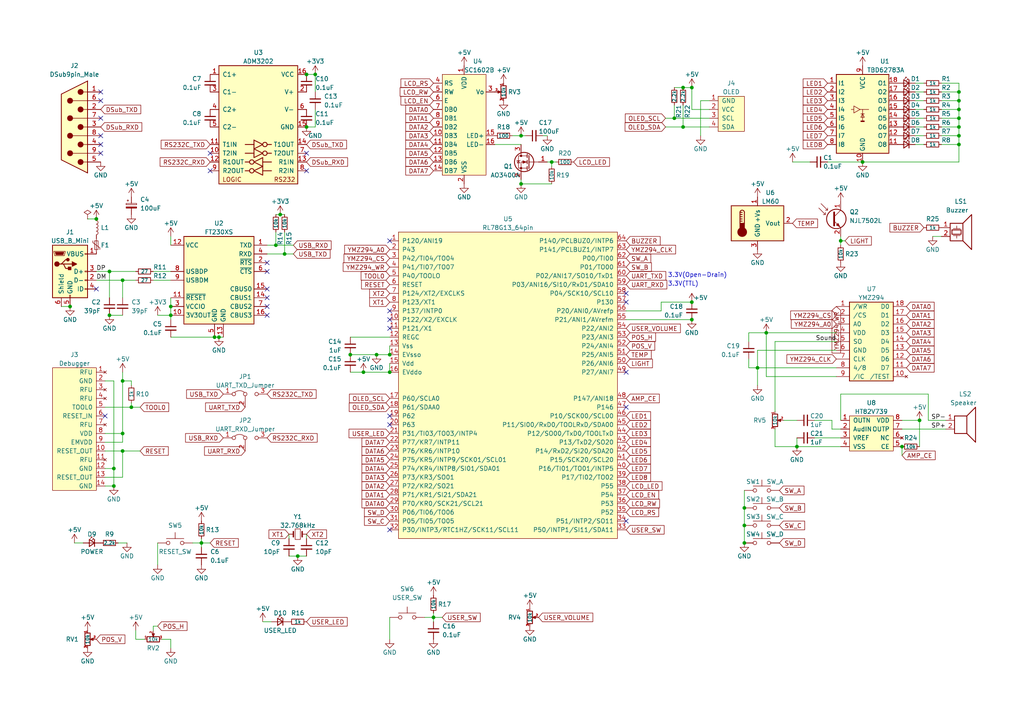
<source format=kicad_sch>
(kicad_sch (version 20211123) (generator eeschema)
  (paper "A4")
  (title_block (title "RL78TrainingBoard") (date "2022-05-20") (rev "V1.0") (company "https://github.com/KimiakiK"))
  (junction (at 200.66 87.63))
  (junction (at 91.44 21.59))
  (junction (at 278.13 29.21))
  (junction (at 113.03 107.95))
  (junction (at 113.03 102.87))
  (junction (at 35.56 130.81))
  (junction (at 261.62 129.54))
  (junction (at 49.53 88.9))
  (junction (at 195.58 34.29))
  (junction (at 35.56 125.73))
  (junction (at 80.01 71.12))
  (junction (at 278.13 36.83))
  (junction (at 109.22 102.87))
  (junction (at 35.56 81.28))
  (junction (at 215.9 152.4))
  (junction (at 198.12 36.83))
  (junction (at 33.02 135.89))
  (junction (at 243.84 69.85))
  (junction (at 88.9 36.83))
  (junction (at 81.28 62.23))
  (junction (at 27.94 63.5))
  (junction (at 198.12 25.4))
  (junction (at 31.75 78.74))
  (junction (at 151.13 53.34))
  (junction (at 33.02 140.97))
  (junction (at 35.56 110.49))
  (junction (at 200.66 92.71))
  (junction (at 151.13 39.37))
  (junction (at 49.53 91.44))
  (junction (at 88.9 21.59))
  (junction (at 86.36 161.29))
  (junction (at 20.32 88.9))
  (junction (at 82.55 73.66))
  (junction (at 101.6 102.87))
  (junction (at 38.1 118.11))
  (junction (at 231.14 129.54))
  (junction (at 31.75 91.44))
  (junction (at 58.42 157.48))
  (junction (at 200.66 25.4))
  (junction (at 278.13 31.75))
  (junction (at 62.23 97.79))
  (junction (at 266.7 121.92))
  (junction (at 125.73 179.07))
  (junction (at 215.9 157.48))
  (junction (at 219.71 106.68))
  (junction (at 278.13 39.37))
  (junction (at 63.5 97.79))
  (junction (at 222.25 96.52))
  (junction (at 250.19 46.99))
  (junction (at 215.9 147.32))
  (junction (at 278.13 34.29))
  (junction (at 278.13 26.67))
  (junction (at 160.02 46.99))
  (junction (at 278.13 41.91))
  (junction (at 105.41 107.95))
  (no_connect (at 113.03 69.85))
  (no_connect (at 60.96 49.53))
  (no_connect (at 60.96 44.45))
  (no_connect (at 88.9 44.45))
  (no_connect (at 88.9 49.53))
  (no_connect (at 113.03 153.67))
  (no_connect (at 181.61 151.13))
  (no_connect (at 30.48 120.65))
  (no_connect (at 181.61 118.11))
  (no_connect (at 181.61 87.63))
  (no_connect (at 181.61 85.09))
  (no_connect (at 27.94 83.82))
  (no_connect (at 113.03 120.65))
  (no_connect (at 113.03 123.19))
  (no_connect (at 181.61 107.95))
  (no_connect (at 113.03 92.71))
  (no_connect (at 113.03 90.17))
  (no_connect (at 113.03 95.25))
  (no_connect (at 77.47 91.44))
  (no_connect (at 77.47 86.36))
  (no_connect (at 77.47 88.9))
  (no_connect (at 77.47 76.2))
  (no_connect (at 77.47 83.82))
  (no_connect (at 77.47 78.74))
  (no_connect (at 29.21 44.45))
  (no_connect (at 29.21 41.91))
  (no_connect (at 29.21 39.37))
  (no_connect (at 29.21 34.29))
  (no_connect (at 29.21 29.21))
  (no_connect (at 29.21 26.67))
  (wire (pts (xy 80.01 71.12) (xy 85.09 71.12)))
  (wire (pts (xy 35.56 110.49) (xy 35.56 125.73)))
  (wire (pts (xy 198.12 36.83) (xy 205.74 36.83)))
  (wire (pts (xy 265.43 26.67) (xy 267.97 26.67)))
  (wire (pts (xy 58.42 157.48) (xy 58.42 156.21)))
  (wire (pts (xy 195.58 25.4) (xy 198.12 25.4)))
  (wire (pts (xy 242.57 99.06) (xy 224.79 99.06)))
  (wire (pts (xy 217.17 99.06) (xy 217.17 96.52)))
  (wire (pts (xy 62.23 97.79) (xy 63.5 97.79)))
  (wire (pts (xy 58.42 157.48) (xy 58.42 158.75)))
  (wire (pts (xy 261.62 124.46) (xy 274.32 124.46)))
  (wire (pts (xy 270.51 68.58) (xy 273.05 68.58)))
  (wire (pts (xy 265.43 41.91) (xy 267.97 41.91)))
  (wire (pts (xy 236.22 121.92) (xy 241.3 121.92)))
  (wire (pts (xy 60.96 157.48) (xy 58.42 157.48)))
  (wire (pts (xy 278.13 29.21) (xy 278.13 26.67)))
  (wire (pts (xy 265.43 34.29) (xy 267.97 34.29)))
  (wire (pts (xy 160.02 46.99) (xy 161.29 46.99)))
  (wire (pts (xy 44.45 182.88) (xy 44.45 181.61)))
  (wire (pts (xy 45.72 157.48) (xy 45.72 163.83)))
  (wire (pts (xy 193.04 36.83) (xy 198.12 36.83)))
  (wire (pts (xy 181.61 92.71) (xy 200.66 92.71)))
  (wire (pts (xy 200.66 25.4) (xy 200.66 31.75)))
  (wire (pts (xy 278.13 24.13) (xy 273.05 24.13)))
  (wire (pts (xy 31.75 78.74) (xy 39.37 78.74)))
  (wire (pts (xy 160.02 46.99) (xy 160.02 48.26)))
  (wire (pts (xy 35.56 138.43) (xy 35.56 130.81)))
  (wire (pts (xy 217.17 104.14) (xy 217.17 106.68)))
  (wire (pts (xy 91.44 36.83) (xy 88.9 36.83)))
  (wire (pts (xy 101.6 97.79) (xy 113.03 97.79)))
  (wire (pts (xy 222.25 109.22) (xy 222.25 96.52)))
  (wire (pts (xy 203.2 29.21) (xy 203.2 39.37)))
  (wire (pts (xy 273.05 34.29) (xy 278.13 34.29)))
  (wire (pts (xy 278.13 36.83) (xy 278.13 34.29)))
  (wire (pts (xy 113.03 100.33) (xy 113.03 102.87)))
  (wire (pts (xy 242.57 109.22) (xy 222.25 109.22)))
  (wire (pts (xy 265.43 39.37) (xy 267.97 39.37)))
  (wire (pts (xy 38.1 118.11) (xy 40.64 118.11)))
  (wire (pts (xy 241.3 121.92) (xy 241.3 124.46)))
  (wire (pts (xy 222.25 96.52) (xy 242.57 96.52)))
  (wire (pts (xy 243.84 121.92) (xy 243.84 114.3)))
  (wire (pts (xy 219.71 106.68) (xy 219.71 111.76)))
  (wire (pts (xy 33.02 110.49) (xy 33.02 135.89)))
  (wire (pts (xy 243.84 114.3) (xy 269.24 114.3)))
  (wire (pts (xy 250.19 46.99) (xy 278.13 46.99)))
  (wire (pts (xy 219.71 101.6) (xy 219.71 106.68)))
  (wire (pts (xy 55.88 157.48) (xy 58.42 157.48)))
  (wire (pts (xy 49.53 68.58) (xy 49.53 71.12)))
  (wire (pts (xy 101.6 102.87) (xy 109.22 102.87)))
  (wire (pts (xy 181.61 90.17) (xy 191.77 90.17)))
  (wire (pts (xy 278.13 26.67) (xy 278.13 24.13)))
  (wire (pts (xy 30.48 118.11) (xy 38.1 118.11)))
  (wire (pts (xy 215.9 147.32) (xy 215.9 152.4)))
  (wire (pts (xy 278.13 39.37) (xy 278.13 36.83)))
  (wire (pts (xy 30.48 140.97) (xy 33.02 140.97)))
  (wire (pts (xy 278.13 31.75) (xy 278.13 29.21)))
  (wire (pts (xy 21.59 157.48) (xy 24.13 157.48)))
  (wire (pts (xy 193.04 34.29) (xy 195.58 34.29)))
  (wire (pts (xy 91.44 31.75) (xy 91.44 36.83)))
  (wire (pts (xy 39.37 182.88) (xy 39.37 185.42)))
  (wire (pts (xy 113.03 179.07) (xy 113.03 185.42)))
  (wire (pts (xy 25.4 63.5) (xy 27.94 63.5)))
  (wire (pts (xy 273.05 31.75) (xy 278.13 31.75)))
  (wire (pts (xy 195.58 30.48) (xy 195.58 34.29)))
  (wire (pts (xy 265.43 29.21) (xy 267.97 29.21)))
  (wire (pts (xy 198.12 25.4) (xy 200.66 25.4)))
  (wire (pts (xy 35.56 128.27) (xy 35.56 125.73)))
  (wire (pts (xy 82.55 67.31) (xy 82.55 73.66)))
  (wire (pts (xy 261.62 121.92) (xy 266.7 121.92)))
  (wire (pts (xy 125.73 179.07) (xy 125.73 177.8)))
  (wire (pts (xy 31.75 78.74) (xy 31.75 86.36)))
  (wire (pts (xy 217.17 96.52) (xy 222.25 96.52)))
  (wire (pts (xy 17.78 88.9) (xy 20.32 88.9)))
  (wire (pts (xy 191.77 90.17) (xy 191.77 87.63)))
  (wire (pts (xy 158.75 46.99) (xy 160.02 46.99)))
  (wire (pts (xy 229.87 46.99) (xy 234.95 46.99)))
  (wire (pts (xy 34.29 157.48) (xy 36.83 157.48)))
  (wire (pts (xy 219.71 106.68) (xy 242.57 106.68)))
  (wire (pts (xy 265.43 31.75) (xy 267.97 31.75)))
  (wire (pts (xy 38.1 110.49) (xy 35.56 110.49)))
  (wire (pts (xy 227.33 121.92) (xy 231.14 121.92)))
  (wire (pts (xy 151.13 39.37) (xy 152.4 39.37)))
  (wire (pts (xy 123.19 179.07) (xy 125.73 179.07)))
  (wire (pts (xy 88.9 21.59) (xy 91.44 21.59)))
  (wire (pts (xy 44.45 81.28) (xy 49.53 81.28)))
  (wire (pts (xy 35.56 125.73) (xy 30.48 125.73)))
  (wire (pts (xy 273.05 29.21) (xy 278.13 29.21)))
  (wire (pts (xy 83.82 154.94) (xy 83.82 156.21)))
  (wire (pts (xy 35.56 130.81) (xy 40.64 130.81)))
  (wire (pts (xy 245.11 69.85) (xy 243.84 69.85)))
  (wire (pts (xy 236.22 127) (xy 243.84 127)))
  (wire (pts (xy 278.13 34.29) (xy 278.13 31.75)))
  (wire (pts (xy 49.53 88.9) (xy 49.53 91.44)))
  (wire (pts (xy 269.24 114.3) (xy 269.24 121.92)))
  (wire (pts (xy 49.53 97.79) (xy 62.23 97.79)))
  (wire (pts (xy 265.43 24.13) (xy 267.97 24.13)))
  (wire (pts (xy 113.03 105.41) (xy 113.03 107.95)))
  (wire (pts (xy 215.9 142.24) (xy 215.9 147.32)))
  (wire (pts (xy 273.05 39.37) (xy 278.13 39.37)))
  (wire (pts (xy 105.41 107.95) (xy 101.6 107.95)))
  (wire (pts (xy 217.17 106.68) (xy 219.71 106.68)))
  (wire (pts (xy 243.84 68.58) (xy 243.84 69.85)))
  (wire (pts (xy 198.12 30.48) (xy 198.12 36.83)))
  (wire (pts (xy 31.75 91.44) (xy 35.56 91.44)))
  (wire (pts (xy 45.72 91.44) (xy 49.53 91.44)))
  (wire (pts (xy 273.05 41.91) (xy 278.13 41.91)))
  (wire (pts (xy 80.01 62.23) (xy 81.28 62.23)))
  (wire (pts (xy 83.82 161.29) (xy 86.36 161.29)))
  (wire (pts (xy 273.05 26.67) (xy 278.13 26.67)))
  (wire (pts (xy 151.13 52.07) (xy 151.13 53.34)))
  (wire (pts (xy 231.14 129.54) (xy 231.14 127)))
  (wire (pts (xy 148.59 39.37) (xy 151.13 39.37)))
  (wire (pts (xy 35.56 81.28) (xy 35.56 86.36)))
  (wire (pts (xy 30.48 128.27) (xy 35.56 128.27)))
  (wire (pts (xy 38.1 111.76) (xy 38.1 110.49)))
  (wire (pts (xy 205.74 29.21) (xy 203.2 29.21)))
  (wire (pts (xy 151.13 53.34) (xy 160.02 53.34)))
  (wire (pts (xy 224.79 129.54) (xy 231.14 129.54)))
  (wire (pts (xy 243.84 124.46) (xy 241.3 124.46)))
  (wire (pts (xy 35.56 107.95) (xy 35.56 110.49)))
  (wire (pts (xy 81.28 62.23) (xy 82.55 62.23)))
  (wire (pts (xy 278.13 41.91) (xy 278.13 39.37)))
  (wire (pts (xy 49.53 91.44) (xy 49.53 92.71)))
  (wire (pts (xy 38.1 116.84) (xy 38.1 118.11)))
  (wire (pts (xy 33.02 135.89) (xy 33.02 140.97)))
  (wire (pts (xy 63.5 97.79) (xy 64.77 97.79)))
  (wire (pts (xy 77.47 71.12) (xy 80.01 71.12)))
  (wire (pts (xy 76.2 180.34) (xy 78.74 180.34)))
  (wire (pts (xy 46.99 185.42) (xy 49.53 185.42)))
  (wire (pts (xy 224.79 124.46) (xy 224.79 129.54)))
  (wire (pts (xy 113.03 107.95) (xy 105.41 107.95)))
  (wire (pts (xy 30.48 138.43) (xy 35.56 138.43)))
  (wire (pts (xy 243.84 69.85) (xy 243.84 71.12)))
  (wire (pts (xy 242.57 101.6) (xy 219.71 101.6)))
  (wire (pts (xy 240.03 46.99) (xy 250.19 46.99)))
  (wire (pts (xy 157.48 39.37) (xy 158.75 39.37)))
  (wire (pts (xy 128.27 179.07) (xy 125.73 179.07)))
  (wire (pts (xy 215.9 152.4) (xy 215.9 157.48)))
  (wire (pts (xy 85.09 73.66) (xy 82.55 73.66)))
  (wire (pts (xy 27.94 81.28) (xy 35.56 81.28)))
  (wire (pts (xy 39.37 185.42) (xy 41.91 185.42)))
  (wire (pts (xy 224.79 99.06) (xy 224.79 119.38)))
  (wire (pts (xy 125.73 179.07) (xy 125.73 180.34)))
  (wire (pts (xy 77.47 73.66) (xy 82.55 73.66)))
  (wire (pts (xy 195.58 34.29) (xy 205.74 34.29)))
  (wire (pts (xy 30.48 110.49) (xy 33.02 110.49)))
  (wire (pts (xy 88.9 154.94) (xy 88.9 156.21)))
  (wire (pts (xy 86.36 161.29) (xy 88.9 161.29)))
  (wire (pts (xy 265.43 36.83) (xy 267.97 36.83)))
  (wire (pts (xy 49.53 86.36) (xy 49.53 88.9)))
  (wire (pts (xy 261.62 129.54) (xy 261.62 132.08)))
  (wire (pts (xy 30.48 135.89) (xy 33.02 135.89)))
  (wire (pts (xy 35.56 81.28) (xy 39.37 81.28)))
  (wire (pts (xy 278.13 46.99) (xy 278.13 41.91)))
  (wire (pts (xy 30.48 130.81) (xy 35.56 130.81)))
  (wire (pts (xy 205.74 31.75) (xy 200.66 31.75)))
  (wire (pts (xy 44.45 78.74) (xy 49.53 78.74)))
  (wire (pts (xy 27.94 78.74) (xy 31.75 78.74)))
  (wire (pts (xy 109.22 102.87) (xy 113.03 102.87)))
  (wire (pts (xy 44.45 181.61) (xy 45.72 181.61)))
  (wire (pts (xy 269.24 121.92) (xy 274.32 121.92)))
  (wire (pts (xy 49.53 185.42) (xy 49.53 187.96)))
  (wire (pts (xy 273.05 36.83) (xy 278.13 36.83)))
  (wire (pts (xy 91.44 21.59) (xy 91.44 26.67)))
  (wire (pts (xy 266.7 121.92) (xy 266.7 129.54)))
  (wire (pts (xy 143.51 41.91) (xy 151.13 41.91)))
  (wire (pts (xy 191.77 87.63) (xy 200.66 87.63)))
  (wire (pts (xy 80.01 67.31) (xy 80.01 71.12)))
  (wire (pts (xy 243.84 129.54) (xy 231.14 129.54)))
  (text "3.3V(Open-Drain)" (at 193.675 80.645 0) (effects (font (size 1.27 1.27)) (justify left bottom)))
  (text "3.3V(TTL)" (at 193.675 83.185 0) (effects (font (size 1.27 1.27)) (justify left bottom)))
  (label "SP-" (at 274.32 121.92 180))
  (label "Sound" (at 242.57 99.06 180))
  (label "DP" (at 27.94 78.74 0))
  (label "DM" (at 27.94 81.28 0))
  (label "SP+" (at 274.32 124.46 180))
  (global_label "LED3" (shape input) (at 181.61 125.73 0) (property "シート間のリファレンス" "${INTERSHEET_REFS}" (effects hide)))
  (global_label "LCD_RS" (shape input) (at 125.73 24.13 180) (property "シート間のリファレンス" "${INTERSHEET_REFS}" (effects hide)))
  (global_label "LCD_RW" (shape input) (at 125.73 26.67 180) (property "シート間のリファレンス" "${INTERSHEET_REFS}" (effects hide)))
  (global_label "DATA2" (shape input) (at 262.89 93.98 0) (property "シート間のリファレンス" "${INTERSHEET_REFS}" (effects hide)))
  (global_label "XT1" (shape input) (at 113.03 87.63 180) (property "シート間のリファレンス" "${INTERSHEET_REFS}" (effects hide)))
  (global_label "USB_RXD" (shape input) (at 85.09 71.12 0) (property "シート間のリファレンス" "${INTERSHEET_REFS}" (effects hide)))
  (global_label "LED6" (shape input) (at 240.03 36.83 180) (property "シート間のリファレンス" "${INTERSHEET_REFS}" (effects hide)))
  (global_label "LED3" (shape input) (at 240.03 29.21 180) (property "シート間のリファレンス" "${INTERSHEET_REFS}" (effects hide)))
  (global_label "SW_C" (shape input) (at 113.03 151.13 180) (property "シート間のリファレンス" "${INTERSHEET_REFS}" (effects hide)))
  (global_label "DSub_RXD" (shape input) (at 88.9 46.99 0) (property "シート間のリファレンス" "${INTERSHEET_REFS}" (effects hide)))
  (global_label "OLED_SCL" (shape input) (at 193.04 34.29 180) (property "シート間のリファレンス" "${INTERSHEET_REFS}" (effects hide)))
  (global_label "LED2" (shape input) (at 240.03 26.67 180) (property "シート間のリファレンス" "${INTERSHEET_REFS}" (effects hide)))
  (global_label "AMP_CE" (shape input) (at 181.61 115.57 0) (property "シート間のリファレンス" "${INTERSHEET_REFS}" (effects hide)))
  (global_label "POS_H" (shape input) (at 45.72 181.61 0) (property "シート間のリファレンス" "${INTERSHEET_REFS}" (effects hide)))
  (global_label "YMZ294_WR" (shape input) (at 113.03 77.47 180) (property "シート間のリファレンス" "${INTERSHEET_REFS}" (effects hide)))
  (global_label "YMZ294_CLK" (shape input) (at 242.57 104.14 180) (property "シート間のリファレンス" "${INTERSHEET_REFS}" (effects hide)))
  (global_label "DATA3" (shape input) (at 262.89 96.52 0) (property "シート間のリファレンス" "${INTERSHEET_REFS}" (effects hide)))
  (global_label "XT2" (shape input) (at 88.9 154.94 0) (property "シート間のリファレンス" "${INTERSHEET_REFS}" (effects hide)))
  (global_label "POS_V" (shape input) (at 181.61 100.33 0) (property "シート間のリファレンス" "${INTERSHEET_REFS}" (effects hide)))
  (global_label "DATA0" (shape input) (at 125.73 31.75 180) (property "シート間のリファレンス" "${INTERSHEET_REFS}" (effects hide)))
  (global_label "BUZZER" (shape input) (at 181.61 69.85 0) (property "シート間のリファレンス" "${INTERSHEET_REFS}" (effects hide)))
  (global_label "DATA7" (shape input) (at 113.03 128.27 180) (property "シート間のリファレンス" "${INTERSHEET_REFS}" (effects hide)))
  (global_label "RESET" (shape input) (at 60.96 157.48 0) (property "シート間のリファレンス" "${INTERSHEET_REFS}" (effects hide)))
  (global_label "POS_V" (shape input) (at 27.94 185.42 0) (property "シート間のリファレンス" "${INTERSHEET_REFS}" (effects hide)))
  (global_label "DATA4" (shape input) (at 113.03 135.89 180) (property "シート間のリファレンス" "${INTERSHEET_REFS}" (effects hide)))
  (global_label "AMP_CE" (shape input) (at 261.62 132.08 0) (property "シート間のリファレンス" "${INTERSHEET_REFS}" (effects hide)))
  (global_label "LED6" (shape input) (at 181.61 133.35 0) (property "シート間のリファレンス" "${INTERSHEET_REFS}" (effects hide)))
  (global_label "DATA7" (shape input) (at 262.89 106.68 0) (property "シート間のリファレンス" "${INTERSHEET_REFS}" (effects hide)))
  (global_label "LED7" (shape input) (at 240.03 39.37 180) (property "シート間のリファレンス" "${INTERSHEET_REFS}" (effects hide)))
  (global_label "LED4" (shape input) (at 240.03 31.75 180) (property "シート間のリファレンス" "${INTERSHEET_REFS}" (effects hide)))
  (global_label "DATA7" (shape input) (at 125.73 49.53 180) (property "シート間のリファレンス" "${INTERSHEET_REFS}" (effects hide)))
  (global_label "SW_C" (shape input) (at 226.06 152.4 0) (property "シート間のリファレンス" "${INTERSHEET_REFS}" (effects hide)))
  (global_label "DSub_TXD" (shape input) (at 88.9 41.91 0) (property "シート間のリファレンス" "${INTERSHEET_REFS}" (effects hide)))
  (global_label "LCD_EN" (shape input) (at 125.73 29.21 180) (property "シート間のリファレンス" "${INTERSHEET_REFS}" (effects hide)))
  (global_label "USER_VOLUME" (shape input) (at 181.61 95.25 0) (property "シート間のリファレンス" "${INTERSHEET_REFS}" (effects hide)))
  (global_label "RS232C_TXD" (shape input) (at 60.96 41.91 180) (property "シート間のリファレンス" "${INTERSHEET_REFS}" (effects hide)))
  (global_label "UART_RXD" (shape input) (at 71.12 130.81 180) (property "シート間のリファレンス" "${INTERSHEET_REFS}" (effects hide)))
  (global_label "SW_D" (shape input) (at 226.06 157.48 0) (property "シート間のリファレンス" "${INTERSHEET_REFS}" (effects hide)))
  (global_label "USER_LED" (shape input) (at 88.9 180.34 0) (property "シート間のリファレンス" "${INTERSHEET_REFS}" (effects hide)))
  (global_label "TOOL0" (shape input) (at 40.64 118.11 0) (property "シート間のリファレンス" "${INTERSHEET_REFS}" (effects hide)))
  (global_label "YMZ294_WR" (shape input) (at 242.57 88.9 270) (property "シート間のリファレンス" "${INTERSHEET_REFS}" (effects hide)))
  (global_label "DATA2" (shape input) (at 125.73 36.83 180) (property "シート間のリファレンス" "${INTERSHEET_REFS}" (effects hide)))
  (global_label "DATA5" (shape input) (at 262.89 101.6 0) (property "シート間のリファレンス" "${INTERSHEET_REFS}" (effects hide)))
  (global_label "LED2" (shape input) (at 181.61 123.19 0) (property "シート間のリファレンス" "${INTERSHEET_REFS}" (effects hide)))
  (global_label "UART_TXD" (shape input) (at 181.61 80.01 0) (property "シート間のリファレンス" "${INTERSHEET_REFS}" (effects hide)))
  (global_label "RS232C_TXD" (shape input) (at 77.47 114.3 0) (property "シート間のリファレンス" "${INTERSHEET_REFS}" (effects hide)))
  (global_label "DATA6" (shape input) (at 113.03 130.81 180) (property "シート間のリファレンス" "${INTERSHEET_REFS}" (effects hide)))
  (global_label "TEMP" (shape input) (at 181.61 102.87 0) (property "シート間のリファレンス" "${INTERSHEET_REFS}" (effects hide)))
  (global_label "LED1" (shape input) (at 240.03 24.13 180) (property "シート間のリファレンス" "${INTERSHEET_REFS}" (effects hide)))
  (global_label "DATA5" (shape input) (at 113.03 133.35 180) (property "シート間のリファレンス" "${INTERSHEET_REFS}" (effects hide)))
  (global_label "SW_A" (shape input) (at 226.06 142.24 0) (property "シート間のリファレンス" "${INTERSHEET_REFS}" (effects hide)))
  (global_label "YMZ294_CS" (shape input) (at 113.03 74.93 180) (property "シート間のリファレンス" "${INTERSHEET_REFS}" (effects hide)))
  (global_label "LED5" (shape input) (at 181.61 130.81 0) (property "シート間のリファレンス" "${INTERSHEET_REFS}" (effects hide)))
  (global_label "LIGHT" (shape input) (at 245.11 69.85 0) (property "シート間のリファレンス" "${INTERSHEET_REFS}" (effects hide)))
  (global_label "OLED_SCL" (shape input) (at 113.03 115.57 180) (property "シート間のリファレンス" "${INTERSHEET_REFS}" (effects hide)))
  (global_label "LED5" (shape input) (at 240.03 34.29 180) (property "シート間のリファレンス" "${INTERSHEET_REFS}" (effects hide)))
  (global_label "USER_LED" (shape input) (at 113.03 125.73 180) (property "シート間のリファレンス" "${INTERSHEET_REFS}" (effects hide)))
  (global_label "OLED_SDA" (shape input) (at 193.04 36.83 180) (property "シート間のリファレンス" "${INTERSHEET_REFS}" (effects hide)))
  (global_label "LED4" (shape input) (at 181.61 128.27 0) (property "シート間のリファレンス" "${INTERSHEET_REFS}" (effects hide)))
  (global_label "DATA4" (shape input) (at 125.73 41.91 180) (property "シート間のリファレンス" "${INTERSHEET_REFS}" (effects hide)))
  (global_label "DATA4" (shape input) (at 262.89 99.06 0) (property "シート間のリファレンス" "${INTERSHEET_REFS}" (effects hide)))
  (global_label "LCD_RW" (shape input) (at 181.61 146.05 0) (property "シート間のリファレンス" "${INTERSHEET_REFS}" (effects hide)))
  (global_label "SW_B" (shape input) (at 181.61 77.47 0) (property "シート間のリファレンス" "${INTERSHEET_REFS}" (effects hide)))
  (global_label "USER_VOLUME" (shape input) (at 156.21 179.07 0) (property "シート間のリファレンス" "${INTERSHEET_REFS}" (effects hide)))
  (global_label "USB_RXD" (shape input) (at 64.77 127 180) (property "シート間のリファレンス" "${INTERSHEET_REFS}" (effects hide)))
  (global_label "DATA1" (shape input) (at 113.03 143.51 180) (property "シート間のリファレンス" "${INTERSHEET_REFS}" (effects hide)))
  (global_label "POS_H" (shape input) (at 181.61 97.79 0) (property "シート間のリファレンス" "${INTERSHEET_REFS}" (effects hide)))
  (global_label "LED8" (shape input) (at 240.03 41.91 180) (property "シート間のリファレンス" "${INTERSHEET_REFS}" (effects hide)))
  (global_label "TEMP" (shape input) (at 229.87 64.77 0) (property "シート間のリファレンス" "${INTERSHEET_REFS}" (effects hide)))
  (global_label "LCD_LED" (shape input) (at 181.61 140.97 0) (property "シート間のリファレンス" "${INTERSHEET_REFS}" (effects hide)))
  (global_label "YMZ294_CLK" (shape input) (at 181.61 72.39 0) (property "シート間のリファレンス" "${INTERSHEET_REFS}" (effects hide)))
  (global_label "DATA3" (shape input) (at 113.03 138.43 180) (property "シート間のリファレンス" "${INTERSHEET_REFS}" (effects hide)))
  (global_label "SW_B" (shape input) (at 226.06 147.32 0) (property "シート間のリファレンス" "${INTERSHEET_REFS}" (effects hide)))
  (global_label "LCD_RS" (shape input) (at 181.61 148.59 0) (property "シート間のリファレンス" "${INTERSHEET_REFS}" (effects hide)))
  (global_label "LCD_LED" (shape input) (at 166.37 46.99 0) (property "シート間のリファレンス" "${INTERSHEET_REFS}" (effects hide)))
  (global_label "UART_TXD" (shape input) (at 71.12 118.11 180) (property "シート間のリファレンス" "${INTERSHEET_REFS}" (effects hide)))
  (global_label "XT2" (shape input) (at 113.03 85.09 180) (property "シート間のリファレンス" "${INTERSHEET_REFS}" (effects hide)))
  (global_label "SW_D" (shape input) (at 113.03 148.59 180) (property "シート間のリファレンス" "${INTERSHEET_REFS}" (effects hide)))
  (global_label "UART_RXD" (shape input) (at 181.61 82.55 0) (property "シート間のリファレンス" "${INTERSHEET_REFS}" (effects hide)))
  (global_label "DATA5" (shape input) (at 125.73 44.45 180) (property "シート間のリファレンス" "${INTERSHEET_REFS}" (effects hide)))
  (global_label "USB_TXD" (shape input) (at 64.77 114.3 180) (property "シート間のリファレンス" "${INTERSHEET_REFS}" (effects hide)))
  (global_label "YMZ294_CS" (shape input) (at 242.57 91.44 180) (property "シート間のリファレンス" "${INTERSHEET_REFS}" (effects hide)))
  (global_label "DATA0" (shape input) (at 262.89 88.9 0) (property "シート間のリファレンス" "${INTERSHEET_REFS}" (effects hide)))
  (global_label "USER_SW" (shape input) (at 128.27 179.07 0) (property "シート間のリファレンス" "${INTERSHEET_REFS}" (effects hide)))
  (global_label "USB_TXD" (shape input) (at 85.09 73.66 0) (property "シート間のリファレンス" "${INTERSHEET_REFS}" (effects hide)))
  (global_label "YMZ294_A0" (shape input) (at 242.57 93.98 180) (property "シート間のリファレンス" "${INTERSHEET_REFS}" (effects hide)))
  (global_label "DATA6" (shape input) (at 125.73 46.99 180) (property "シート間のリファレンス" "${INTERSHEET_REFS}" (effects hide)))
  (global_label "DSub_TXD" (shape input) (at 29.21 31.75 0) (property "シート間のリファレンス" "${INTERSHEET_REFS}" (effects hide)))
  (global_label "DATA6" (shape input) (at 262.89 104.14 0) (property "シート間のリファレンス" "${INTERSHEET_REFS}" (effects hide)))
  (global_label "DATA3" (shape input) (at 125.73 39.37 180) (property "シート間のリファレンス" "${INTERSHEET_REFS}" (effects hide)))
  (global_label "DATA1" (shape input) (at 125.73 34.29 180) (property "シート間のリファレンス" "${INTERSHEET_REFS}" (effects hide)))
  (global_label "LED8" (shape input) (at 181.61 138.43 0) (property "シート間のリファレンス" "${INTERSHEET_REFS}" (effects hide)))
  (global_label "RESET" (shape input) (at 40.64 130.81 0) (property "シート間のリファレンス" "${INTERSHEET_REFS}" (effects hide)))
  (global_label "RS232C_RXD" (shape input) (at 77.47 127 0) (property "シート間のリファレンス" "${INTERSHEET_REFS}" (effects hide)))
  (global_label "LED7" (shape input) (at 181.61 135.89 0) (property "シート間のリファレンス" "${INTERSHEET_REFS}" (effects hide)))
  (global_label "SW_A" (shape input) (at 181.61 74.93 0) (property "シート間のリファレンス" "${INTERSHEET_REFS}" (effects hide)))
  (global_label "RS232C_RXD" (shape input) (at 60.96 46.99 180) (property "シート間のリファレンス" "${INTERSHEET_REFS}" (effects hide)))
  (global_label "TOOL0" (shape input) (at 113.03 80.01 180) (property "シート間のリファレンス" "${INTERSHEET_REFS}" (effects hide)))
  (global_label "LIGHT" (shape input) (at 181.61 105.41 0) (property "シート間のリファレンス" "${INTERSHEET_REFS}" (effects hide)))
  (global_label "DATA2" (shape input) (at 113.03 140.97 180) (property "シート間のリファレンス" "${INTERSHEET_REFS}" (effects hide)))
  (global_label "RESET" (shape input) (at 113.03 82.55 180) (property "シート間のリファレンス" "${INTERSHEET_REFS}" (effects hide)))
  (global_label "LCD_EN" (shape input) (at 181.61 143.51 0) (property "シート間のリファレンス" "${INTERSHEET_REFS}" (effects hide)))
  (global_label "DATA0" (shape input) (at 113.03 146.05 180) (property "シート間のリファレンス" "${INTERSHEET_REFS}" (effects hide)))
  (global_label "USER_SW" (shape input) (at 181.61 153.67 0) (property "シート間のリファレンス" "${INTERSHEET_REFS}" (effects hide)))
  (global_label "LED1" (shape input) (at 181.61 120.65 0) (property "シート間のリファレンス" "${INTERSHEET_REFS}" (effects hide)))
  (global_label "BUZZER" (shape input) (at 267.97 66.04 180) (property "シート間のリファレンス" "${INTERSHEET_REFS}" (effects hide)))
  (global_label "OLED_SDA" (shape input) (at 113.03 118.11 180) (property "シート間のリファレンス" "${INTERSHEET_REFS}" (effects hide)))
  (global_label "XT1" (shape input) (at 83.82 154.94 180) (property "シート間のリファレンス" "${INTERSHEET_REFS}" (effects hide)))
  (global_label "DATA1" (shape input) (at 262.89 91.44 0) (property "シート間のリファレンス" "${INTERSHEET_REFS}" (effects hide)))
  (global_label "DSub_RXD" (shape input) (at 29.21 36.83 0) (property "シート間のリファレンス" "${INTERSHEET_REFS}" (effects hide)))
  (global_label "YMZ294_A0" (shape input) (at 113.03 72.39 180) (property "シート間のリファレンス" "${INTERSHEET_REFS}" (effects hide)))
  (symbol (lib_id "power:GND") (at 113.03 185.42 0) (unit 1)
    (property "Reference" "#PWR032" (effects hide))
    (property "Value" "GND" (at 113.03 189.23 0))
  )
  (symbol (lib_id "Device:Crystal_Small") (at 86.36 154.94 0) (unit 1)
    (property "Reference" "Y1" (at 86.36 149.86 0))
    (property "Value" "32.768kHz" (at 86.36 152.4 0))
    (property "Footprint" "RL78TrainingBoard:Crystal_SMD_3215-2Pin" (effects hide))
  )
  (symbol (lib_id "power:GND") (at 109.22 102.87 0) (unit 1)
    (property "Reference" "#PWR031" (effects hide))
    (property "Value" "GND" (at 109.22 106.68 0))
  )
  (symbol (lib_id "power:GND") (at 158.75 39.37 0) (unit 1)
    (property "Reference" "#PWR043" (effects hide))
    (property "Value" "GND" (at 158.75 43.18 0))
  )
  (symbol (lib_id "Device:C_Small") (at 91.44 29.21 0) (unit 1)
    (property "Reference" "C13" (at 93.98 27.9462 0) (effects (justify left)))
    (property "Value" "0.1uF" (at 93.98 30.4862 0) (effects (justify left)))
    (property "Footprint" "RL78TrainingBoard:1608Metric" (effects hide))
  )
  (symbol (lib_id "Device:Q_NMOS_GSD") (at 153.67 46.99 0) (mirror y) (unit 1)
    (property "Reference" "Q1" (at 146.05 48.26 0) (effects (justify right)))
    (property "Value" "AO3400A" (at 142.24 50.8 0) (effects (justify right)))
    (property "Footprint" "RL78TrainingBoard:SOT-23" (effects hide))
  )
  (symbol (lib_id "Device:R_Small") (at 31.75 157.48 90) (unit 1)
    (property "Reference" "R9" (at 31.75 154.94 90))
    (property "Value" "2.2k" (at 31.75 157.48 90) (effects (font (size 1.016 1.016))))
    (property "Footprint" "RL78TrainingBoard:1608Metric" (effects hide))
  )
  (symbol (lib_id "power:+5V") (at 200.66 25.4 0) (unit 1)
    (property "Reference" "#PWR044" (effects hide))
    (property "Value" "+5V" (at 200.66 21.59 0))
  )
  (symbol (lib_id "power:+5V") (at 266.7 121.92 0) (unit 1)
    (property "Reference" "#PWR055" (effects hide))
    (property "Value" "+5V" (at 266.7 118.11 0))
  )
  (symbol (lib_id "power:+5V") (at 151.13 39.37 0) (unit 1)
    (property "Reference" "#PWR039" (effects hide))
    (property "Value" "+5V" (at 151.13 35.56 0))
  )
  (symbol (lib_id "Device:R_Small") (at 195.58 27.94 0) (unit 1)
    (property "Reference" "R21" (at 196.85 34.29 90) (effects (justify left)))
    (property "Value" "2.2k" (at 195.58 27.94 90) (effects (font (size 1.016 1.016))))
    (property "Footprint" "RL78TrainingBoard:1608Metric" (effects hide))
  )
  (symbol (lib_id "Device:C_Small") (at 200.66 90.17 0) (mirror y) (unit 1)
    (property "Reference" "C18" (at 198.12 88.9 0) (effects (justify left)))
    (property "Value" "0.1uF" (at 198.12 91.44 0) (effects (justify left)))
    (property "Footprint" "RL78TrainingBoard:1608Metric" (effects hide))
  )
  (symbol (lib_id "Device:LED_Small") (at 262.89 26.67 0) (mirror y) (unit 1)
    (property "Reference" "D2" (at 264.16 25.4 0) (effects (justify right)))
    (property "Value" "BYTE_LED" (effects hide))
    (property "Footprint" "RL78TrainingBoard:1608Metric" (effects hide))
  )
  (symbol (lib_id "Device:C_Small") (at 60.96 34.29 0) (mirror y) (unit 1)
    (property "Reference" "C8" (at 58.42 33.02 0) (effects (justify left)))
    (property "Value" "0.1uF" (at 58.42 35.56 0) (effects (justify left)))
    (property "Footprint" "RL78TrainingBoard:1608Metric" (effects hide))
  )
  (symbol (lib_id "RL78TrainingBoard:OLED128x64") (at 212.09 33.02 0) (unit 1)
    (property "Reference" "J4" (at 212.09 24.13 0))
    (property "Value" "OLED" (at 212.09 26.67 0))
    (property "Footprint" "RL78TrainingBoard:OLED" (effects hide))
  )
  (symbol (lib_id "Device:R_Small") (at 270.51 36.83 90) (unit 1)
    (property "Reference" "R6" (at 273.05 35.56 90) (effects (justify right)))
    (property "Value" "1k" (at 270.51 36.83 90) (effects (font (size 1.016 1.016))))
    (property "Footprint" "RL78TrainingBoard:1608Metric" (effects hide))
  )
  (symbol (lib_id "Device:R_Small") (at 270.51 29.21 90) (unit 1)
    (property "Reference" "R3" (at 273.05 27.94 90) (effects (justify right)))
    (property "Value" "1k" (at 270.51 29.21 90) (effects (font (size 1.016 1.016))))
    (property "Footprint" "RL78TrainingBoard:1608Metric" (effects hide))
  )
  (symbol (lib_id "power:GND") (at 203.2 39.37 0) (unit 1)
    (property "Reference" "#PWR047" (effects hide))
    (property "Value" "GND" (at 203.2 43.18 0))
  )
  (symbol (lib_id "RL78TrainingBoard:Renesas_Emulator_14pin") (at 21.59 124.46 0) (unit 1)
    (property "Reference" "J3" (at 21.59 102.87 0))
    (property "Value" "Debugger" (at 21.59 105.41 0))
    (property "Footprint" "RL78TrainingBoard:IDC-Header_2x07_P2.54mm_Vertical" (effects hide))
  )
  (symbol (lib_id "Device:C_Small") (at 88.9 158.75 0) (unit 1)
    (property "Reference" "C12" (at 91.44 157.4862 0) (effects (justify left)))
    (property "Value" "10pF" (at 91.44 160.0262 0) (effects (justify left)))
    (property "Footprint" "RL78TrainingBoard:1005Metric" (effects hide))
  )
  (symbol (lib_id "Device:R_Potentiometer_Small") (at 153.67 179.07 0) (unit 1)
    (property "Reference" "RV4" (at 151.13 179.07 0) (effects (justify right)))
    (property "Value" "10k" (at 153.67 179.07 90) (effects (font (size 1.016 1.016))))
    (property "Footprint" "RL78TrainingBoard:TSR-3386K" (effects hide))
  )
  (symbol (lib_id "power:PWR_FLAG") (at 25.4 63.5 0) (unit 1)
    (property "Reference" "#FLG01" (effects hide))
    (property "Value" "PWR_FLAG" (effects hide))
  )
  (symbol (lib_id "power:GND") (at 270.51 68.58 0) (unit 1)
    (property "Reference" "#PWR056" (effects hide))
    (property "Value" "GND" (at 270.51 72.39 0))
  )
  (symbol (lib_id "Device:R_Small") (at 163.83 46.99 90) (unit 1)
    (property "Reference" "R20" (at 163.83 44.45 90))
    (property "Value" "100" (at 163.83 46.99 90) (effects (font (size 1.016 1.016))))
    (property "Footprint" "RL78TrainingBoard:1608Metric" (effects hide))
  )
  (symbol (lib_id "Device:C_Small") (at 88.9 34.29 0) (unit 1)
    (property "Reference" "C11" (at 91.44 33.0262 0) (effects (justify left)))
    (property "Value" "0.1uF" (at 91.44 35.5662 0) (effects (justify left)))
    (property "Footprint" "RL78TrainingBoard:1608Metric" (effects hide))
  )
  (symbol (lib_id "Device:C_Small") (at 35.56 88.9 0) (unit 1)
    (property "Reference" "C3" (at 38.1 87.6362 0) (effects (justify left)))
    (property "Value" "39pF" (at 38.1 90.1762 0) (effects (justify left)))
    (property "Footprint" "RL78TrainingBoard:1608Metric" (effects hide))
  )
  (symbol (lib_id "power:+5V") (at 21.59 157.48 0) (unit 1)
    (property "Reference" "#PWR06" (effects hide))
    (property "Value" "+5V" (at 21.59 153.67 0))
  )
  (symbol (lib_id "power:+5V") (at 25.4 182.88 0) (unit 1)
    (property "Reference" "#PWR07" (effects hide))
    (property "Value" "+5V" (at 25.4 179.07 0))
  )
  (symbol (lib_id "RL78TrainingBoard:SC1602B") (at 134.62 36.83 0) (unit 1)
    (property "Reference" "U4" (at 137.16 17.78 0) (effects (justify left)))
    (property "Value" "SC1602B" (at 134.62 20.32 0) (effects (justify left)))
    (property "Footprint" "RL78TrainingBoard:SC1602" (effects hide))
  )
  (symbol (lib_id "RL78TrainingBoard:YMZ294") (at 252.73 105.41 0) (unit 1)
    (property "Reference" "U7" (at 252.73 83.82 0))
    (property "Value" "YMZ294" (at 252.73 86.36 0))
    (property "Footprint" "RL78TrainingBoard:DIP-18_W7.62mm_Socket" (effects hide))
  )
  (symbol (lib_id "Device:LED_Small") (at 262.89 29.21 0) (mirror y) (unit 1)
    (property "Reference" "D3" (at 264.16 27.94 0) (effects (justify right)))
    (property "Value" "BYTE_LED" (effects hide))
    (property "Footprint" "RL78TrainingBoard:1608Metric" (effects hide))
  )
  (symbol (lib_id "Device:R_Potentiometer_Small") (at 25.4 185.42 0) (unit 1)
    (property "Reference" "RV1" (at 22.86 185.42 0) (effects (justify right)))
    (property "Value" "10k" (at 25.4 185.42 90) (effects (font (size 1.016 1.016))))
    (property "Footprint" "RL78TrainingBoard:RV" (effects hide))
  )
  (symbol (lib_id "power:+5V") (at 39.37 182.88 0) (unit 1)
    (property "Reference" "#PWR017" (effects hide))
    (property "Value" "+5V" (at 39.37 179.07 0))
  )
  (symbol (lib_id "Connector:USB_B_Mini") (at 20.32 78.74 0) (unit 1)
    (property "Reference" "J1" (at 20.32 67.31 0))
    (property "Value" "USB_B_Mini" (at 20.32 69.85 0))
    (property "Footprint" "RL78TrainingBoard:UX60SC-MB-5ST" (effects hide))
  )
  (symbol (lib_id "Device:R_Small") (at 270.51 34.29 90) (unit 1)
    (property "Reference" "R5" (at 273.05 33.02 90) (effects (justify right)))
    (property "Value" "1k" (at 270.51 34.29 90) (effects (font (size 1.016 1.016))))
    (property "Footprint" "RL78TrainingBoard:1608Metric" (effects hide))
  )
  (symbol (lib_id "Device:C_Small") (at 233.68 121.92 90) (unit 1)
    (property "Reference" "C20" (at 234.95 120.65 90) (effects (justify right)))
    (property "Value" "1uF" (at 234.95 123.19 90) (effects (justify right)))
    (property "Footprint" "RL78TrainingBoard:1608Metric" (effects hide))
  )
  (symbol (lib_id "power:+5V") (at 76.2 180.34 0) (unit 1)
    (property "Reference" "#PWR025" (effects hide))
    (property "Value" "+5V" (at 76.2 176.53 0))
  )
  (symbol (lib_id "power:GND") (at 243.84 76.2 0) (unit 1)
    (property "Reference" "#PWR054" (effects hide))
    (property "Value" "GND" (at 243.84 80.01 0))
  )
  (symbol (lib_id "power:+5V") (at 27.94 63.5 0) (unit 1)
    (property "Reference" "#PWR09" (effects hide))
    (property "Value" "+5V" (at 27.94 59.69 0))
  )
  (symbol (lib_id "Device:R_Potentiometer_Small") (at 44.45 185.42 90) (unit 1)
    (property "Reference" "RV2" (at 44.45 187.96 90))
    (property "Value" "10k" (at 44.45 185.42 90) (effects (font (size 1.016 1.016))))
    (property "Footprint" "RL78TrainingBoard:RV" (effects hide))
  )
  (symbol (lib_id "Device:R_Small") (at 146.05 39.37 90) (unit 1)
    (property "Reference" "R18" (at 146.05 36.83 90))
    (property "Value" "100" (at 146.05 39.37 90) (effects (font (size 1.016 1.016))))
    (property "Footprint" "RL78TrainingBoard:1608Metric" (effects hide))
  )
  (symbol (lib_id "Switch:SW_Push") (at 118.11 179.07 0) (unit 1)
    (property "Reference" "SW6" (at 118.11 170.815 0))
    (property "Value" "USER_SW" (at 118.11 173.355 0))
    (property "Footprint" "RL78TrainingBoard:SW_PUSH_6mm" (effects hide))
  )
  (symbol (lib_id "power:GND") (at 36.83 157.48 0) (unit 1)
    (property "Reference" "#PWR014" (effects hide))
    (property "Value" "GND" (at 36.83 161.29 0))
  )
  (symbol (lib_id "Switch:SW_Push") (at 220.98 152.4 0) (unit 1)
    (property "Reference" "SW3" (at 218.44 149.86 0))
    (property "Value" "SW_C" (at 224.79 149.86 0))
    (property "Footprint" "RL78TrainingBoard:SW_PUSH_6mm" (effects hide))
  )
  (symbol (lib_id "power:+5V") (at 146.05 24.13 0) (unit 1)
    (property "Reference" "#PWR037" (effects hide))
    (property "Value" "+5V" (at 146.05 20.32 0))
  )
  (symbol (lib_id "Device:R_Small") (at 86.36 180.34 90) (unit 1)
    (property "Reference" "R16" (at 86.36 177.8 90))
    (property "Value" "1k" (at 86.36 180.34 90) (effects (font (size 1.016 1.016))))
    (property "Footprint" "RL78TrainingBoard:1608Metric" (effects hide))
  )
  (symbol (lib_id "power:GND") (at 219.71 111.76 0) (unit 1)
    (property "Reference" "#PWR050" (effects hide))
    (property "Value" "GND" (at 219.71 115.57 0))
  )
  (symbol (lib_id "power:+3.3V") (at 45.72 91.44 0) (unit 1)
    (property "Reference" "#PWR018" (effects hide))
    (property "Value" "+3.3V" (at 45.72 87.63 0))
  )
  (symbol (lib_id "Device:LED_Small") (at 262.89 39.37 0) (mirror y) (unit 1)
    (property "Reference" "D7" (at 264.16 38.1 0) (effects (justify right)))
    (property "Value" "BYTE_LED" (effects hide))
    (property "Footprint" "RL78TrainingBoard:1608Metric" (effects hide))
  )
  (symbol (lib_id "power:+5V") (at 35.56 107.95 0) (unit 1)
    (property "Reference" "#PWR013" (effects hide))
    (property "Value" "+5V" (at 35.56 104.14 0))
  )
  (symbol (lib_id "Device:C_Small") (at 233.68 127 90) (unit 1)
    (property "Reference" "C21" (at 234.95 125.73 90) (effects (justify right)))
    (property "Value" "1uF" (at 234.95 128.27 90) (effects (justify right)))
    (property "Footprint" "RL78TrainingBoard:1608Metric" (effects hide))
  )
  (symbol (lib_id "Device:R_Small") (at 270.51 66.04 90) (unit 1)
    (property "Reference" "R25" (at 270.51 63.5 90))
    (property "Value" "1k" (at 270.51 66.04 90) (effects (font (size 1.016 1.016))))
    (property "Footprint" "RL78TrainingBoard:1608Metric" (effects hide))
  )
  (symbol (lib_id "power:+5V") (at 58.42 151.13 0) (unit 1)
    (property "Reference" "#PWR022" (effects hide))
    (property "Value" "+5V" (at 58.42 147.32 0))
  )
  (symbol (lib_id "power:GND") (at 25.4 187.96 0) (unit 1)
    (property "Reference" "#PWR08" (effects hide))
    (property "Value" "GND" (at 25.4 191.77 0))
  )
  (symbol (lib_id "Device:C_Small") (at 83.82 158.75 0) (mirror y) (unit 1)
    (property "Reference" "C9" (at 81.28 157.48 0) (effects (justify left)))
    (property "Value" "10pF" (at 81.28 160.02 0) (effects (justify left)))
    (property "Footprint" "RL78TrainingBoard:1005Metric" (effects hide))
  )
  (symbol (lib_id "Jumper:Jumper_3_Bridged12") (at 71.12 127 0) (unit 1)
    (property "Reference" "JP2" (at 71.12 121.92 0))
    (property "Value" "UART_RXD_Jumper" (at 71.12 124.46 0))
    (property "Footprint" "RL78TrainingBoard:Jumper_1x03_P2.54mm" (effects hide))
  )
  (symbol (lib_id "power:GND") (at 20.32 88.9 0) (unit 1)
    (property "Reference" "#PWR05" (effects hide))
    (property "Value" "GND" (at 20.32 92.71 0))
  )
  (symbol (lib_id "Device:R_Small") (at 270.51 41.91 90) (unit 1)
    (property "Reference" "R8" (at 273.05 40.64 90) (effects (justify right)))
    (property "Value" "1k" (at 270.51 41.91 90) (effects (font (size 1.016 1.016))))
    (property "Footprint" "RL78TrainingBoard:1608Metric" (effects hide))
  )
  (symbol (lib_id "power:+5V") (at 38.1 57.15 0) (unit 1)
    (property "Reference" "#PWR015" (effects hide))
    (property "Value" "+5V" (at 38.1 53.34 0))
  )
  (symbol (lib_id "Device:LED_Small") (at 262.89 24.13 0) (mirror y) (unit 1)
    (property "Reference" "D1" (at 264.16 22.86 0) (effects (justify right)))
    (property "Value" "BYTE_LED" (effects hide))
    (property "Footprint" "RL78TrainingBoard:1608Metric" (effects hide))
  )
  (symbol (lib_id "Device:C_Small") (at 154.94 39.37 90) (unit 1)
    (property "Reference" "C17" (at 156.21 35.56 90) (effects (justify right)))
    (property "Value" "100uF" (at 156.21 38.1 90) (effects (justify right)))
    (property "Footprint" "RL78TrainingBoard:3216Metric" (effects hide))
  )
  (symbol (lib_id "Device:Q_Photo_NPN") (at 241.3 63.5 0) (unit 1)
    (property "Reference" "Q2" (at 246.38 61.4806 0) (effects (justify left)))
    (property "Value" "NJL7502L" (at 246.38 64.0206 0) (effects (justify left)))
    (property "Footprint" "RL78TrainingBoard:NJL7502L" (effects hide))
  )
  (symbol (lib_id "Device:R_Small") (at 198.12 27.94 0) (unit 1)
    (property "Reference" "R22" (at 199.39 34.29 90) (effects (justify left)))
    (property "Value" "2.2k" (at 198.12 27.94 90) (effects (font (size 1.016 1.016))))
    (property "Footprint" "RL78TrainingBoard:1608Metric" (effects hide))
  )
  (symbol (lib_id "Device:C_Small") (at 101.6 100.33 0) (mirror y) (unit 1)
    (property "Reference" "C14" (at 99.06 99.06 0) (effects (justify left)))
    (property "Value" "1uF" (at 99.06 101.6 0) (effects (justify left)))
    (property "Footprint" "RL78TrainingBoard:1608Metric" (effects hide))
  )
  (symbol (lib_id "Device:C_Small") (at 60.96 24.13 0) (mirror y) (unit 1)
    (property "Reference" "C7" (at 58.42 22.86 0) (effects (justify left)))
    (property "Value" "0.1uF" (at 58.42 25.4 0) (effects (justify left)))
    (property "Footprint" "RL78TrainingBoard:1608Metric" (effects hide))
  )
  (symbol (lib_id "Device:R_Small") (at 82.55 64.77 0) (unit 1)
    (property "Reference" "R15" (at 83.82 71.12 90) (effects (justify left)))
    (property "Value" "10k" (at 82.55 64.77 90) (effects (font (size 1.016 1.016))))
    (property "Footprint" "RL78TrainingBoard:1608Metric" (effects hide))
  )
  (symbol (lib_id "power:GND") (at 86.36 161.29 0) (unit 1)
    (property "Reference" "#PWR027" (effects hide))
    (property "Value" "GND" (at 86.36 165.1 0))
  )
  (symbol (lib_id "Device:R_Small") (at 41.91 78.74 90) (unit 1)
    (property "Reference" "R11" (at 44.45 77.47 90) (effects (justify right)))
    (property "Value" "27" (at 41.91 78.74 90) (effects (font (size 1.016 1.016))))
    (property "Footprint" "RL78TrainingBoard:1608Metric" (effects hide))
  )
  (symbol (lib_id "Device:R_Small") (at 38.1 114.3 0) (unit 1)
    (property "Reference" "R10" (at 39.37 114.3 0) (effects (justify left)))
    (property "Value" "1k" (at 38.1 114.3 90) (effects (font (size 1.016 1.016))))
    (property "Footprint" "RL78TrainingBoard:1608Metric" (effects hide))
  )
  (symbol (lib_id "Device:R_Small") (at 243.84 73.66 0) (unit 1)
    (property "Reference" "R23" (at 245.11 73.66 0) (effects (justify left)))
    (property "Value" "10k" (at 243.84 73.66 90) (effects (font (size 1.016 1.016))))
    (property "Footprint" "RL78TrainingBoard:1608Metric" (effects hide))
  )
  (symbol (lib_id "power:+5V") (at 125.73 172.72 0) (unit 1)
    (property "Reference" "#PWR033" (effects hide))
    (property "Value" "+5V" (at 125.73 168.91 0))
  )
  (symbol (lib_id "power:GND") (at 49.53 187.96 0) (unit 1)
    (property "Reference" "#PWR021" (effects hide))
    (property "Value" "GND" (at 49.53 191.77 0))
  )
  (symbol (lib_id "Device:R_Small") (at 270.51 26.67 90) (unit 1)
    (property "Reference" "R2" (at 273.05 25.4 90) (effects (justify right)))
    (property "Value" "1k" (at 270.51 26.67 90) (effects (font (size 1.016 1.016))))
    (property "Footprint" "RL78TrainingBoard:1608Metric" (effects hide))
  )
  (symbol (lib_id "Device:R_Small") (at 80.01 64.77 0) (unit 1)
    (property "Reference" "R14" (at 81.28 71.12 90) (effects (justify left)))
    (property "Value" "10k" (at 80.01 64.77 90) (effects (font (size 1.016 1.016))))
    (property "Footprint" "RL78TrainingBoard:1608Metric" (effects hide))
  )
  (symbol (lib_id "Device:Speaker") (at 279.4 121.92 0) (unit 1)
    (property "Reference" "LS2" (at 278.13 114.3 0) (effects (justify left)))
    (property "Value" "Speaker" (at 275.59 116.84 0) (effects (justify left)))
    (property "Footprint" "RL78TrainingBoard:UM1515IA085008" (effects hide))
  )
  (symbol (lib_id "power:GND") (at 58.42 163.83 0) (unit 1)
    (property "Reference" "#PWR023" (effects hide))
    (property "Value" "GND" (at 58.42 167.64 0))
  )
  (symbol (lib_id "Switch:SW_Push") (at 220.98 142.24 0) (unit 1)
    (property "Reference" "SW1" (at 218.44 139.7 0))
    (property "Value" "SW_A" (at 224.79 139.7 0))
    (property "Footprint" "RL78TrainingBoard:SW_PUSH_6mm" (effects hide))
  )
  (symbol (lib_id "Device:LED_Small") (at 81.28 180.34 0) (mirror y) (unit 1)
    (property "Reference" "D10" (at 81.28 177.8 0))
    (property "Value" "USER_LED" (at 81.28 182.88 0))
    (property "Footprint" "RL78TrainingBoard:1608Metric" (effects hide))
  )
  (symbol (lib_id "Device:C_Small") (at 49.53 95.25 0) (mirror y) (unit 1)
    (property "Reference" "C5" (at 46.99 93.98 0) (effects (justify left)))
    (property "Value" "0.1uF" (at 46.99 96.52 0) (effects (justify left)))
    (property "Footprint" "RL78TrainingBoard:1608Metric" (effects hide))
  )
  (symbol (lib_id "Device:LED_Small") (at 262.89 34.29 0) (mirror y) (unit 1)
    (property "Reference" "D5" (at 264.16 33.02 0) (effects (justify right)))
    (property "Value" "BYTE_LED" (effects hide))
    (property "Footprint" "RL78TrainingBoard:1608Metric" (effects hide))
  )
  (symbol (lib_id "power:GND") (at 134.62 53.34 0) (unit 1)
    (property "Reference" "#PWR036" (effects hide))
    (property "Value" "GND" (at 134.62 57.15 0))
  )
  (symbol (lib_id "power:GND") (at 125.73 185.42 0) (unit 1)
    (property "Reference" "#PWR034" (effects hide))
    (property "Value" "GND" (at 125.73 189.23 0))
  )
  (symbol (lib_id "Device:LED_Small") (at 262.89 41.91 0) (mirror y) (unit 1)
    (property "Reference" "D8" (at 264.16 40.64 0) (effects (justify right)))
    (property "Value" "BYTE_LED" (effects hide))
    (property "Footprint" "RL78TrainingBoard:1608Metric" (effects hide))
  )
  (symbol (lib_id "power:GND") (at 250.19 46.99 0) (unit 1)
    (property "Reference" "#PWR03" (effects hide))
    (property "Value" "GND" (at 250.19 50.8 0))
  )
  (symbol (lib_id "Device:LED_Small") (at 262.89 36.83 0) (mirror y) (unit 1)
    (property "Reference" "D6" (at 264.16 35.56 0) (effects (justify right)))
    (property "Value" "BYTE_LED" (effects hide))
    (property "Footprint" "RL78TrainingBoard:1608Metric" (effects hide))
  )
  (symbol (lib_id "power:+5V") (at 105.41 107.95 0) (unit 1)
    (property "Reference" "#PWR030" (effects hide))
    (property "Value" "+5V" (at 105.41 104.14 0))
  )
  (symbol (lib_id "Device:C_Small") (at 58.42 161.29 0) (unit 1)
    (property "Reference" "C6" (at 60.96 160.02 0) (effects (justify left)))
    (property "Value" "0.1uF" (at 60.96 162.56 0) (effects (justify left)))
    (property "Footprint" "RL78TrainingBoard:1608Metric" (effects hide))
  )
  (symbol (lib_id "Device:R_Small") (at 58.42 153.67 0) (unit 1)
    (property "Reference" "R13" (at 59.69 153.67 0) (effects (justify left)))
    (property "Value" "10k" (at 58.42 153.67 90) (effects (font (size 1.016 1.016))))
    (property "Footprint" "RL78TrainingBoard:1608Metric" (effects hide))
  )
  (symbol (lib_id "Device:LED_Small") (at 262.89 31.75 0) (mirror y) (unit 1)
    (property "Reference" "D4" (at 264.16 30.48 0) (effects (justify right)))
    (property "Value" "BYTE_LED" (effects hide))
    (property "Footprint" "RL78TrainingBoard:1608Metric" (effects hide))
  )
  (symbol (lib_id "power:GND") (at 63.5 97.79 0) (unit 1)
    (property "Reference" "#PWR024" (effects hide))
    (property "Value" "GND" (at 63.5 101.6 0))
  )
  (symbol (lib_id "power:+5V") (at 222.25 96.52 0) (unit 1)
    (property "Reference" "#PWR051" (effects hide))
    (property "Value" "+5V" (at 222.25 92.71 0))
  )
  (symbol (lib_id "Switch:SW_Push") (at 220.98 157.48 0) (unit 1)
    (property "Reference" "SW4" (at 218.44 154.94 0))
    (property "Value" "SW_D" (at 224.79 154.94 0))
    (property "Footprint" "RL78TrainingBoard:SW_PUSH_6mm" (effects hide))
  )
  (symbol (lib_id "power:+3.3V") (at 91.44 21.59 0) (unit 1)
    (property "Reference" "#PWR029" (effects hide))
    (property "Value" "+3.3V" (at 91.44 17.78 0))
  )
  (symbol (lib_id "Device:R_Small") (at 160.02 50.8 0) (unit 1)
    (property "Reference" "R19" (at 161.29 50.8 0) (effects (justify left)))
    (property "Value" "10k" (at 160.02 50.8 90) (effects (font (size 1.016 1.016))))
    (property "Footprint" "RL78TrainingBoard:1608Metric" (effects hide))
  )
  (symbol (lib_id "RL78TrainingBoard:FT230XS") (at 63.5 81.28 0) (unit 1)
    (property "Reference" "U2" (at 63.5 64.77 0))
    (property "Value" "FT230XS" (at 63.5 67.31 0))
    (property "Footprint" "RL78TrainingBoard:SSOP-16_3.9x4.9mm_P0.635mm" (effects hide))
  )
  (symbol (lib_id "Device:L_Small") (at 27.94 66.04 0) (unit 1)
    (property "Reference" "L1" (at 29.21 66.0399 0) (effects (justify left)))
    (property "Value" "L" (effects hide))
    (property "Footprint" "RL78TrainingBoard:1608Metric" (effects hide))
  )
  (symbol (lib_id "Connector:DB9_Male") (at 21.59 36.83 180) (unit 1)
    (property "Reference" "J2" (at 21.59 19.05 0))
    (property "Value" "DSub9pin_Male" (at 21.59 21.59 0))
    (property "Footprint" "RL78TrainingBoard:DSUB-9_Male_Horizontal_P2.77x2.84mm_EdgePinOffset7.70mm_Housed_MountingHolesOffset9.12mm" (effects hide))
    (property "Datasheet" " ~" (effects hide))
  )
  (symbol (lib_id "power:GND") (at 146.05 29.21 0) (unit 1)
    (property "Reference" "#PWR038" (effects hide))
    (property "Value" "GND" (at 146.05 33.02 0))
  )
  (symbol (lib_id "Device:C_Small") (at 101.6 105.41 0) (mirror y) (unit 1)
    (property "Reference" "C15" (at 99.06 104.14 0) (effects (justify left)))
    (property "Value" "0.1uF" (at 99.06 106.68 0) (effects (justify left)))
    (property "Footprint" "RL78TrainingBoard:1608Metric" (effects hide))
  )
  (symbol (lib_id "RL78TrainingBoard:ADM3202") (at 74.93 36.83 0) (unit 1)
    (property "Reference" "U3" (at 74.93 15.24 0))
    (property "Value" "ADM3202" (at 74.93 17.78 0))
    (property "Footprint" "RL78TrainingBoard:TSSOP-16-1EP_4.4x5mm_P0.65mm" (effects hide))
  )
  (symbol (lib_id "power:GND") (at 33.02 140.97 0) (unit 1)
    (property "Reference" "#PWR012" (effects hide))
    (property "Value" "GND" (at 33.02 144.78 0))
  )
  (symbol (lib_id "power:GND") (at 231.14 129.54 0) (unit 1)
    (property "Reference" "#PWR052" (effects hide))
    (property "Value" "GND" (at 231.14 133.35 0))
  )
  (symbol (lib_id "power:GND") (at 88.9 36.83 0) (unit 1)
    (property "Reference" "#PWR028" (effects hide))
    (property "Value" "GND" (at 91.44 39.37 0))
  )
  (symbol (lib_id "Device:R_Small") (at 41.91 81.28 90) (unit 1)
    (property "Reference" "R12" (at 44.45 80.01 90) (effects (justify right)))
    (property "Value" "27" (at 41.91 81.28 90) (effects (font (size 1.016 1.016))))
    (property "Footprint" "RL78TrainingBoard:1608Metric" (effects hide))
  )
  (symbol (lib_id "power:GND") (at 219.71 72.39 0) (unit 1)
    (property "Reference" "#PWR049" (effects hide))
    (property "Value" "GND" (at 219.71 76.2 0))
  )
  (symbol (lib_id "Device:Polyfuse_Small") (at 27.94 71.12 0) (unit 1)
    (property "Reference" "F1" (at 29.21 71.12 0) (effects (justify left)))
    (property "Value" "Polyfuse" (effects hide))
    (property "Footprint" "RL78TrainingBoard:3216Metric" (effects hide))
  )
  (symbol (lib_id "Switch:SW_Push") (at 220.98 147.32 0) (unit 1)
    (property "Reference" "SW2" (at 218.44 144.78 0))
    (property "Value" "SW_B" (at 224.79 144.78 0))
    (property "Footprint" "RL78TrainingBoard:SW_PUSH_6mm" (effects hide))
  )
  (symbol (lib_id "power:+5V") (at 134.62 19.05 0) (unit 1)
    (property "Reference" "#PWR035" (effects hide))
    (property "Value" "+5V" (at 134.62 15.24 0))
  )
  (symbol (lib_id "Device:R_Small") (at 270.51 31.75 90) (unit 1)
    (property "Reference" "R4" (at 273.05 30.48 90) (effects (justify right)))
    (property "Value" "1k" (at 270.51 31.75 90) (effects (font (size 1.016 1.016))))
    (property "Footprint" "RL78TrainingBoard:1608Metric" (effects hide))
  )
  (symbol (lib_id "RL78TrainingBoard:HT82V739") (at 252.73 125.73 0) (unit 1)
    (property "Reference" "U8" (at 252.73 116.84 0))
    (property "Value" "HT82V739" (at 252.73 119.38 0))
    (property "Footprint" "RL78TrainingBoard:SOP-8_3.9x4.9mm_P1.27mm" (effects hide))
  )
  (symbol (lib_id "RL78TrainingBoard:LM60") (at 219.71 64.77 0) (unit 1)
    (property "Reference" "U6" (at 224.79 55.88 0) (effects (justify right)))
    (property "Value" "LM60" (at 226.06 58.42 0) (effects (justify right)))
    (property "Footprint" "RL78TrainingBoard:SOT-23" (effects hide))
  )
  (symbol (lib_id "Device:R_Small") (at 270.51 24.13 90) (unit 1)
    (property "Reference" "R1" (at 273.05 22.86 90) (effects (justify right)))
    (property "Value" "1k" (at 270.51 24.13 90) (effects (font (size 1.016 1.016))))
    (property "Footprint" "RL78TrainingBoard:1608Metric" (effects hide))
  )
  (symbol (lib_id "power:+5V") (at 243.84 58.42 0) (unit 1)
    (property "Reference" "#PWR053" (effects hide))
    (property "Value" "+5V" (at 243.84 54.61 0))
  )
  (symbol (lib_id "power:GND") (at 29.21 46.99 0) (unit 1)
    (property "Reference" "#PWR010" (effects hide))
    (property "Value" "GND" (at 29.21 50.8 0))
  )
  (symbol (lib_id "Device:C_Small") (at 31.75 88.9 0) (mirror y) (unit 1)
    (property "Reference" "C2" (at 29.21 87.63 0) (effects (justify left)))
    (property "Value" "39pF" (at 29.21 90.17 0) (effects (justify left)))
    (property "Footprint" "RL78TrainingBoard:1608Metric" (effects hide))
  )
  (symbol (lib_id "Jumper:Jumper_3_Bridged12") (at 71.12 114.3 0) (unit 1)
    (property "Reference" "JP1" (at 71.12 109.22 0))
    (property "Value" "UART_TXD_Jumper" (at 71.12 111.76 0))
    (property "Footprint" "RL78TrainingBoard:Jumper_1x03_P2.54mm" (effects hide))
  )
  (symbol (lib_id "power:+5V") (at 200.66 87.63 0) (unit 1)
    (property "Reference" "#PWR045" (effects hide))
    (property "Value" "+5V" (at 203.2 86.36 0))
  )
  (symbol (lib_id "Device:R_Potentiometer_Small") (at 146.05 26.67 0) (mirror y) (unit 1)
    (property "Reference" "RV3" (at 147.32 26.67 0) (effects (justify right)))
    (property "Value" "10k" (at 146.05 26.67 90) (effects (font (size 1.016 1.016))))
    (property "Footprint" "RL78TrainingBoard:TSR-3323S" (effects hide))
  )
  (symbol (lib_id "power:GND") (at 45.72 163.83 0) (unit 1)
    (property "Reference" "#PWR019" (effects hide))
    (property "Value" "GND" (at 45.72 167.64 0))
  )
  (symbol (lib_id "Device:Speaker_Crystal") (at 278.13 66.04 0) (unit 1)
    (property "Reference" "LS1" (at 276.86 58.42 0) (effects (justify left)))
    (property "Value" "Buzzer" (at 274.32 60.96 0) (effects (justify left)))
    (property "Footprint" "RL78TrainingBoard:PKMCS0909E4000-R1" (effects hide))
  )
  (symbol (lib_id "power:GND") (at 151.13 53.34 0) (unit 1)
    (property "Reference" "#PWR040" (effects hide))
    (property "Value" "GND" (at 151.13 57.15 0))
  )
  (symbol (lib_id "power:GND") (at 31.75 91.44 0) (unit 1)
    (property "Reference" "#PWR011" (effects hide))
    (property "Value" "GND" (at 31.75 95.25 0))
  )
  (symbol (lib_id "RL78TrainingBoard:RL78G13_64pin") (at 147.32 111.76 0) (unit 1)
    (property "Reference" "U5" (at 147.32 63.5 0))
    (property "Value" "RL78G13_64pin" (at 147.32 66.04 0))
    (property "Footprint" "RL78TrainingBoard:LQFP-64-12x12mm-P0.65mm_FusionPCB" (effects hide))
  )
  (symbol (lib_id "Transistor_Array:TBD62783A") (at 250.19 31.75 0) (unit 1)
    (property "Reference" "U1" (at 255.27 17.78 0) (effects (justify left)))
    (property "Value" "TBD62783A" (at 251.46 20.32 0) (effects (justify left)))
    (property "Footprint" "RL78TrainingBoard:SOP-18_7x12.5mm_P1.27mm" (effects hide))
    (property "Datasheet" "http://toshiba.semicon-storage.com/info/docget.jsp?did=30523&prodName=TBD62783APG" (effects hide))
  )
  (symbol (lib_id "Device:R_Small") (at 125.73 175.26 0) (unit 1)
    (property "Reference" "R17" (at 127 175.26 0) (effects (justify left)))
    (property "Value" "10k" (at 125.73 175.26 90) (effects (font (size 1.016 1.016))))
    (property "Footprint" "RL78TrainingBoard:1608Metric" (effects hide))
  )
  (symbol (lib_id "Device:C_Small") (at 217.17 101.6 0) (mirror y) (unit 1)
    (property "Reference" "C19" (at 214.63 100.33 0) (effects (justify left)))
    (property "Value" "0.1uF" (at 214.63 102.87 0) (effects (justify left)))
    (property "Footprint" "RL78TrainingBoard:1608Metric" (effects hide))
  )
  (symbol (lib_id "power:+5V") (at 250.19 19.05 0) (unit 1)
    (property "Reference" "#PWR02" (effects hide))
    (property "Value" "+5V" (at 250.19 15.24 0))
  )
  (symbol (lib_id "Device:R_Potentiometer_Small") (at 224.79 121.92 0) (unit 1)
    (property "Reference" "RV5" (at 222.25 121.92 0) (effects (justify right)))
    (property "Value" "10k" (at 224.79 121.92 90) (effects (font (size 1.016 1.016))))
    (property "Footprint" "RL78TrainingBoard:Volume_RK10J" (effects hide))
  )
  (symbol (lib_id "power:+3.3V") (at 81.28 62.23 0) (unit 1)
    (property "Reference" "#PWR026" (effects hide))
    (property "Value" "+3.3V" (at 81.28 58.42 0))
  )
  (symbol (lib_id "Device:C_Small") (at 88.9 24.13 0) (unit 1)
    (property "Reference" "C10" (at 91.44 22.8662 0) (effects (justify left)))
    (property "Value" "0.1uF" (at 91.44 25.4062 0) (effects (justify left)))
    (property "Footprint" "RL78TrainingBoard:1608Metric" (effects hide))
  )
  (symbol (lib_id "Switch:SW_Push") (at 50.8 157.48 0) (unit 1)
    (property "Reference" "SW5" (at 50.8 152.4 0))
    (property "Value" "RESET_SW" (at 50.8 160.02 0))
    (property "Footprint" "RL78TrainingBoard:SW_TVAF06" (effects hide))
  )
  (symbol (lib_id "power:GND") (at 38.1 62.23 0) (unit 1)
    (property "Reference" "#PWR016" (effects hide))
    (property "Value" "GND" (at 38.1 66.04 0))
  )
  (symbol (lib_id "power:+5V") (at 229.87 46.99 0) (unit 1)
    (property "Reference" "#PWR01" (effects hide))
    (property "Value" "+5V" (at 229.87 43.18 0))
  )
  (symbol (lib_id "power:+5V") (at 219.71 57.15 0) (unit 1)
    (property "Reference" "#PWR048" (effects hide))
    (property "Value" "+5V" (at 219.71 53.34 0))
  )
  (symbol (lib_id "power:+5V") (at 49.53 68.58 0) (unit 1)
    (property "Reference" "#PWR020" (effects hide))
    (property "Value" "+5V" (at 49.53 64.77 0))
  )
  (symbol (lib_id "Device:LED_Small") (at 26.67 157.48 0) (mirror y) (unit 1)
    (property "Reference" "D9" (at 26.67 154.94 0))
    (property "Value" "POWER" (at 26.67 160.02 0))
    (property "Footprint" "RL78TrainingBoard:1608Metric" (effects hide))
  )
  (symbol (lib_id "Device:C_Polarized_Small") (at 38.1 59.69 0) (unit 1)
    (property "Reference" "C4" (at 40.64 57.8738 0) (effects (justify left)))
    (property "Value" "100uF" (at 40.64 60.4138 0) (effects (justify left)))
    (property "Footprint" "RL78TrainingBoard:CP_Elec_6.3x7.7" (effects hide))
  )
  (symbol (lib_id "power:+5V") (at 153.67 176.53 0) (unit 1)
    (property "Reference" "#PWR041" (effects hide))
    (property "Value" "+5V" (at 153.67 172.72 0))
  )
  (symbol (lib_id "power:GND") (at 215.9 157.48 0) (unit 1)
    (property "Reference" "#PWR04" (effects hide))
    (property "Value" "GND" (at 215.9 161.29 0))
  )
  (symbol (lib_id "Device:R_Small") (at 264.16 129.54 90) (unit 1)
    (property "Reference" "R24" (at 264.16 127 90))
    (property "Value" "10k" (at 264.16 129.54 90) (effects (font (size 1.016 1.016))))
    (property "Footprint" "RL78TrainingBoard:1608Metric" (effects hide))
  )
  (symbol (lib_id "power:GND") (at 200.66 92.71 0) (unit 1)
    (property "Reference" "#PWR046" (effects hide))
    (property "Value" "GND" (at 200.66 96.52 0))
  )
  (symbol (lib_id "Device:C_Small") (at 125.73 182.88 0) (unit 1)
    (property "Reference" "C16" (at 128.27 181.61 0) (effects (justify left)))
    (property "Value" "0.1uF" (at 128.27 184.15 0) (effects (justify left)))
    (property "Footprint" "RL78TrainingBoard:1608Metric" (effects hide))
  )
  (symbol (lib_id "power:GND") (at 153.67 181.61 0) (unit 1)
    (property "Reference" "#PWR042" (effects hide))
    (property "Value" "GND" (at 153.67 185.42 0))
  )
  (symbol (lib_id "Device:R_Small") (at 270.51 39.37 90) (unit 1)
    (property "Reference" "R7" (at 273.05 38.1 90) (effects (justify right)))
    (property "Value" "1k" (at 270.51 39.37 90) (effects (font (size 1.016 1.016))))
    (property "Footprint" "RL78TrainingBoard:1608Metric" (effects hide))
  )
  (symbol (lib_id "Device:C_Small") (at 237.49 46.99 90) (unit 1)
    (property "Reference" "C1" (at 238.76 45.72 90) (effects (justify right)))
    (property "Value" "0.1uF" (at 238.76 48.26 90) (effects (justify right)))
    (property "Footprint" "RL78TrainingBoard:1608Metric" (effects hide))
  )
)
</source>
